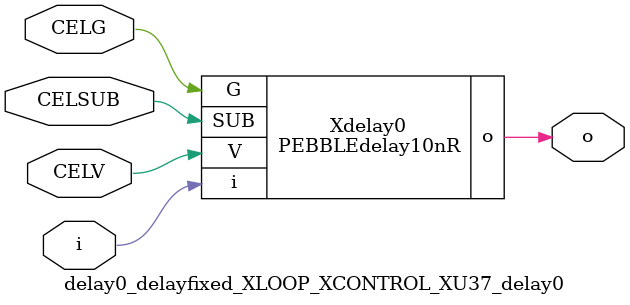
<source format=v>



module PEBBLEdelay10nR ( o, V, G, i, SUB );

  input V;
  input i;
  input G;
  output o;
  input SUB;
endmodule

//Celera Confidential Do Not Copy delay0_delayfixed_XLOOP_XCONTROL_XU37_delay0
//TYPE: fixed 10ns
module delay0_delayfixed_XLOOP_XCONTROL_XU37_delay0 (i, CELV, o,
CELG,CELSUB);
input CELV;
input i;
output o;
input CELSUB;
input CELG;

//Celera Confidential Do Not Copy delayfast0
PEBBLEdelay10nR Xdelay0(
.V (CELV),
.i (i),
.o (o),
.G (CELG),
.SUB (CELSUB)
);
//,diesize,PEBBLEdelay10nR

//Celera Confidential Do Not Copy Module End
//Celera Schematic Generator
endmodule

</source>
